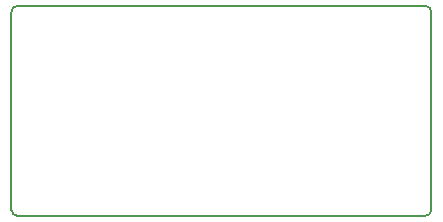
<source format=gbr>
G04 #@! TF.FileFunction,Profile,NP*
%FSLAX46Y46*%
G04 Gerber Fmt 4.6, Leading zero omitted, Abs format (unit mm)*
G04 Created by KiCad (PCBNEW 4.0.7) date 08/02/18 07:41:19*
%MOMM*%
%LPD*%
G01*
G04 APERTURE LIST*
%ADD10C,0.100000*%
%ADD11C,0.150000*%
G04 APERTURE END LIST*
D10*
D11*
X25400000Y-25908000D02*
X25400000Y-42672000D01*
X60960000Y-25908000D02*
X60960000Y-42672000D01*
X60452000Y-43180000D02*
G75*
G03X60960000Y-42672000I0J508000D01*
G01*
X60960000Y-25908000D02*
G75*
G03X60452000Y-25400000I-508000J0D01*
G01*
X25908000Y-25400000D02*
G75*
G03X25400000Y-25908000I0J-508000D01*
G01*
X25400000Y-42672000D02*
G75*
G03X25908000Y-43180000I508000J0D01*
G01*
X60452000Y-43180000D02*
X25908000Y-43180000D01*
X25908000Y-25400000D02*
X60452000Y-25400000D01*
M02*

</source>
